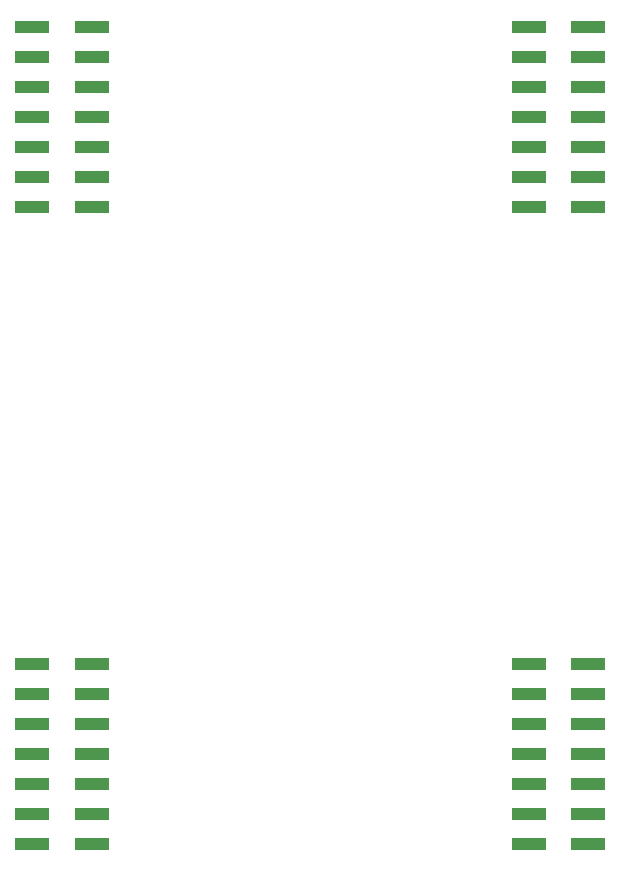
<source format=gbp>
G04 #@! TF.GenerationSoftware,KiCad,Pcbnew,(7.0.0-0)*
G04 #@! TF.CreationDate,2023-05-05T23:00:16+10:00*
G04 #@! TF.ProjectId,panel,70616e65-6c2e-46b6-9963-61645f706362,rev?*
G04 #@! TF.SameCoordinates,Original*
G04 #@! TF.FileFunction,Paste,Bot*
G04 #@! TF.FilePolarity,Positive*
%FSLAX46Y46*%
G04 Gerber Fmt 4.6, Leading zero omitted, Abs format (unit mm)*
G04 Created by KiCad (PCBNEW (7.0.0-0)) date 2023-05-05 23:00:16*
%MOMM*%
%LPD*%
G01*
G04 APERTURE LIST*
%ADD10R,3.000000X1.000000*%
G04 APERTURE END LIST*
D10*
X158019999Y-43619999D03*
X152979999Y-43619999D03*
X158019999Y-41079999D03*
X152979999Y-41079999D03*
X158019999Y-38539999D03*
X152979999Y-38539999D03*
X158019999Y-35999999D03*
X152979999Y-35999999D03*
X158019999Y-33459999D03*
X152979999Y-33459999D03*
X158019999Y-30919999D03*
X152979999Y-30919999D03*
X158019999Y-28379999D03*
X152979999Y-28379999D03*
X158019999Y-97619999D03*
X152979999Y-97619999D03*
X158019999Y-95079999D03*
X152979999Y-95079999D03*
X158019999Y-92539999D03*
X152979999Y-92539999D03*
X158019999Y-89999999D03*
X152979999Y-89999999D03*
X158019999Y-87459999D03*
X152979999Y-87459999D03*
X158019999Y-84919999D03*
X152979999Y-84919999D03*
X158019999Y-82379999D03*
X152979999Y-82379999D03*
X116019999Y-43619999D03*
X110979999Y-43619999D03*
X116019999Y-41079999D03*
X110979999Y-41079999D03*
X116019999Y-38539999D03*
X110979999Y-38539999D03*
X116019999Y-35999999D03*
X110979999Y-35999999D03*
X116019999Y-33459999D03*
X110979999Y-33459999D03*
X116019999Y-30919999D03*
X110979999Y-30919999D03*
X116019999Y-28379999D03*
X110979999Y-28379999D03*
X116019999Y-97619999D03*
X110979999Y-97619999D03*
X116019999Y-95079999D03*
X110979999Y-95079999D03*
X116019999Y-92539999D03*
X110979999Y-92539999D03*
X116019999Y-89999999D03*
X110979999Y-89999999D03*
X116019999Y-87459999D03*
X110979999Y-87459999D03*
X116019999Y-84919999D03*
X110979999Y-84919999D03*
X116019999Y-82379999D03*
X110979999Y-82379999D03*
M02*

</source>
